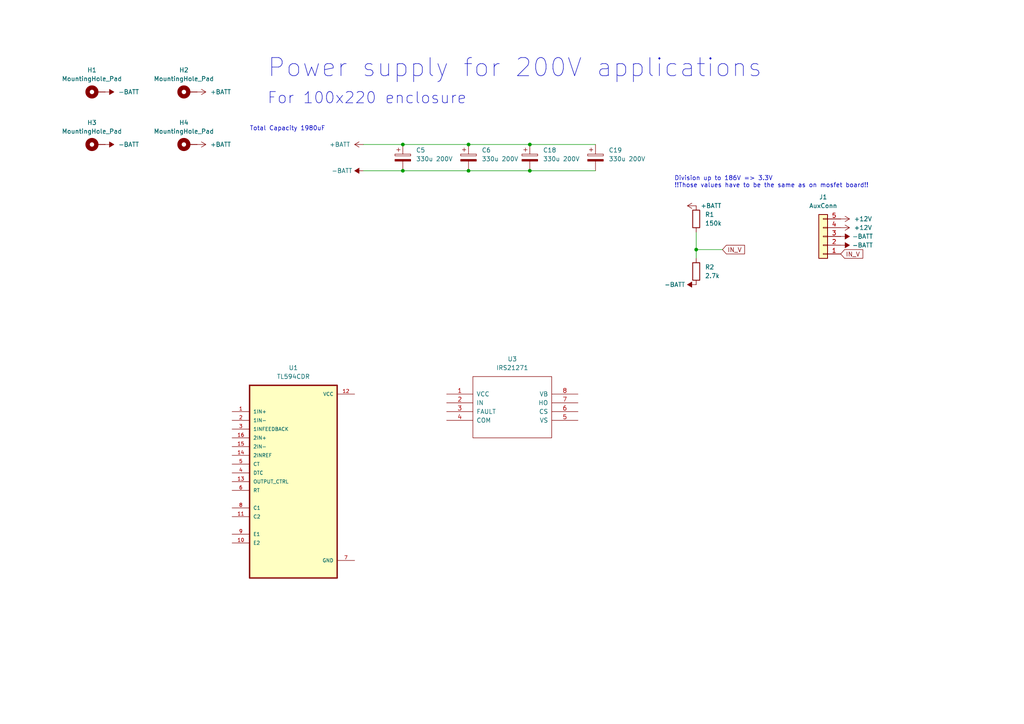
<source format=kicad_sch>
(kicad_sch (version 20230121) (generator eeschema)
  (paper "A4")
  (lib_symbols
    (symbol "Connector_Generic:Conn_01x04" (pin_names (offset 1.016) hide)
      (property "Reference" "J" (at 0 5.08 0))
      (property "Value" "Conn_01x04" (at 0 -7.62 0))
      (symbol "Conn_01x04_1_1"
        (rectangle (start -1.27 -4.953) (end 0 -5.207) (stroke (width 0.1524)))
        (rectangle (start -1.27 -2.413) (end 0 -2.667) (stroke (width 0.1524)))
        (rectangle (start -1.27 0.127) (end 0 -0.127) (stroke (width 0.1524)))
        (rectangle (start -1.27 2.667) (end 0 2.413) (stroke (width 0.1524)))
        (rectangle (start -1.27 3.81) (end 1.27 -6.35) (stroke (width 0.254)) (fill (type background)))
        (pin passive line (at -5.08 2.54 0) (length 3.81) (name "Pin_1") (number "1"))
        (pin passive line (at -5.08 0 0) (length 3.81) (name "Pin_2") (number "2"))
        (pin passive line (at -5.08 -2.54 0) (length 3.81) (name "Pin_3") (number "3"))
        (pin passive line (at -5.08 -5.08 0) (length 3.81) (name "Pin_4") (number "4"))
      )
    )
    (symbol "Connector_Generic:Conn_01x05" (pin_names (offset 1.016) hide)
      (property "Reference" "J" (at 0 7.62 0))
      (property "Value" "Conn_01x05" (at 0 -7.62 0))
      (symbol "Conn_01x05_1_1"
        (rectangle (start -1.27 -4.953) (end 0 -5.207) (stroke (width 0.1524)))
        (rectangle (start -1.27 -2.413) (end 0 -2.667) (stroke (width 0.1524)))
        (rectangle (start -1.27 0.127) (end 0 -0.127) (stroke (width 0.1524)))
        (rectangle (start -1.27 2.667) (end 0 2.413) (stroke (width 0.1524)))
        (rectangle (start -1.27 5.207) (end 0 4.953) (stroke (width 0.1524)))
        (rectangle (start -1.27 6.35) (end 1.27 -6.35) (stroke (width 0.254)) (fill (type background)))
        (pin passive line (at -5.08 5.08 0) (length 3.81) (name "Pin_1") (number "1"))
        (pin passive line (at -5.08 2.54 0) (length 3.81) (name "Pin_2") (number "2"))
        (pin passive line (at -5.08 0 0) (length 3.81) (name "Pin_3") (number "3"))
        (pin passive line (at -5.08 -2.54 0) (length 3.81) (name "Pin_4") (number "4"))
        (pin passive line (at -5.08 -5.08 0) (length 3.81) (name "Pin_5") (number "5"))
      )
    )
    (symbol "Device:C" (pin_numbers hide) (pin_names (offset 0.254))
      (property "Reference" "C" (at 0.635 2.54 0))
      (property "Value" "C" (at 0.635 -2.54 0))
      (symbol "C_0_1"
        (polyline (pts (xy -2.032 -0.762) (xy 2.032 -0.762)) (stroke (width 0.508)))
        (polyline (pts (xy -2.032 0.762) (xy 2.032 0.762)) (stroke (width 0.508)))
      )
      (symbol "C_1_1"
        (pin passive line (at 0 3.81 270) (length 2.794) (name "~") (number "1"))
        (pin passive line (at 0 -3.81 90) (length 2.794) (name "~") (number "2"))
      )
    )
    (symbol "Device:C_Polarized" (pin_numbers hide) (pin_names (offset 0.254))
      (property "Reference" "C" (at 0.635 2.54 0))
      (property "Value" "C_Polarized" (at 0.635 -2.54 0))
      (symbol "C_Polarized_0_1"
        (rectangle (start -2.286 0.508) (end 2.286 1.016))
        (polyline (pts (xy -1.778 2.286) (xy -0.762 2.286)))
        (polyline (pts (xy -1.27 2.794) (xy -1.27 1.778)))
        (rectangle (start 2.286 -0.508) (end -2.286 -1.016) (fill (type outline)))
      )
      (symbol "C_Polarized_1_1"
        (pin passive line (at 0 3.81 270) (length 2.794) (name "~") (number "1"))
        (pin passive line (at 0 -3.81 90) (length 2.794) (name "~") (number "2"))
      )
    )
    (symbol "Device:D_Schottky" (pin_numbers hide) (pin_names (offset 1.016) hide)
      (property "Reference" "D" (at 0 2.54 0))
      (property "Value" "D_Schottky" (at 0 -2.54 0))
      (symbol "D_Schottky_0_1"
        (polyline (pts (xy 1.27 0) (xy -1.27 0)))
        (polyline (pts (xy 1.27 1.27) (xy 1.27 -1.27) (xy -1.27 0) (xy 1.27 1.27)) (stroke (width 0.254)))
        (polyline (pts (xy -1.905 0.635) (xy -1.905 1.27) (xy -1.27 1.27) (xy -1.27 -1.27) (xy -0.635 -1.27) (xy -0.635 -0.635)) (stroke (width 0.254)))
      )
      (symbol "D_Schottky_1_1"
        (pin passive line (at -3.81 0 0) (length 2.54) (name "K") (number "1"))
        (pin passive line (at 3.81 0 180) (length 2.54) (name "A") (number "2"))
      )
    )
    (symbol "Device:D_Zener" (pin_numbers hide) (pin_names (offset 1.016) hide)
      (property "Reference" "D" (at 0 2.54 0))
      (property "Value" "D_Zener" (at 0 -2.54 0))
      (symbol "D_Zener_0_1"
        (polyline (pts (xy 1.27 0) (xy -1.27 0)))
        (polyline (pts (xy -1.27 -1.27) (xy -1.27 1.27) (xy -0.762 1.27)) (stroke (width 0.254)))
        (polyline (pts (xy 1.27 -1.27) (xy 1.27 1.27) (xy -1.27 0) (xy 1.27 -1.27)) (stroke (width 0.254)))
      )
      (symbol "D_Zener_1_1"
        (pin passive line (at -3.81 0 0) (length 2.54) (name "K") (number "1"))
        (pin passive line (at 3.81 0 180) (length 2.54) (name "A") (number "2"))
      )
    )
    (symbol "Device:LED" (pin_numbers hide) (pin_names (offset 1.016) hide)
      (property "Reference" "D" (at 0 2.54 0))
      (property "Value" "LED" (at 0 -2.54 0))
      (symbol "LED_0_1"
        (polyline (pts (xy -1.27 -1.27) (xy -1.27 1.27)) (stroke (width 0.254)))
        (polyline (pts (xy -1.27 0) (xy 1.27 0)))
        (polyline (pts (xy 1.27 -1.27) (xy 1.27 1.27) (xy -1.27 0) (xy 1.27 -1.27)) (stroke (width 0.254)))
        (polyline (pts (xy -3.048 -0.762) (xy -4.572 -2.286) (xy -3.81 -2.286) (xy -4.572 -2.286) (xy -4.572 -1.524)))
        (polyline (pts (xy -1.778 -0.762) (xy -3.302 -2.286) (xy -2.54 -2.286) (xy -3.302 -2.286) (xy -3.302 -1.524)))
      )
      (symbol "LED_1_1"
        (pin passive line (at -3.81 0 0) (length 2.54) (name "K") (number "1"))
        (pin passive line (at 3.81 0 180) (length 2.54) (name "A") (number "2"))
      )
    )
    (symbol "Device:L_Ferrite" (pin_numbers hide) (pin_names (offset 1.016) hide)
      (property "Reference" "L" (at -1.27 0 90))
      (property "Value" "L_Ferrite" (at 2.794 0 90))
      (symbol "L_Ferrite_0_1"
        (arc (start 0 -2.54) (mid 0.6323 -1.905) (end 0 -1.27))
        (arc (start 0 -1.27) (mid 0.6323 -0.635) (end 0 0))
        (polyline (pts (xy 1.016 -2.794) (xy 1.016 -2.286)))
        (polyline (pts (xy 1.016 -1.778) (xy 1.016 -1.27)))
        (polyline (pts (xy 1.016 -0.762) (xy 1.016 -0.254)))
        (polyline (pts (xy 1.016 0.254) (xy 1.016 0.762)))
        (polyline (pts (xy 1.016 1.27) (xy 1.016 1.778)))
        (polyline (pts (xy 1.016 2.286) (xy 1.016 2.794)))
        (polyline (pts (xy 1.524 -2.286) (xy 1.524 -2.794)))
        (polyline (pts (xy 1.524 -1.27) (xy 1.524 -1.778)))
        (polyline (pts (xy 1.524 -0.254) (xy 1.524 -0.762)))
        (polyline (pts (xy 1.524 0.762) (xy 1.524 0.254)))
        (polyline (pts (xy 1.524 1.778) (xy 1.524 1.27)))
        (polyline (pts (xy 1.524 2.794) (xy 1.524 2.286)))
        (arc (start 0 0) (mid 0.6323 0.635) (end 0 1.27))
        (arc (start 0 1.27) (mid 0.6323 1.905) (end 0 2.54))
      )
      (symbol "L_Ferrite_1_1"
        (pin passive line (at 0 3.81 270) (length 1.27) (name "1") (number "1"))
        (pin passive line (at 0 -3.81 90) (length 1.27) (name "2") (number "2"))
      )
    )
    (symbol "Device:R" (pin_numbers hide) (pin_names (offset 0))
      (property "Reference" "R" (at 2.032 0 90))
      (property "Value" "R" (at 0 0 90))
      (symbol "R_0_1"
        (rectangle (start -1.016 -2.54) (end 1.016 2.54) (stroke (width 0.254)))
      )
      (symbol "R_1_1"
        (pin passive line (at 0 3.81 270) (length 1.27) (name "~") (number "1"))
        (pin passive line (at 0 -3.81 90) (length 1.27) (name "~") (number "2"))
      )
    )
    (symbol "GigaESCSymbols:IRS21271" (pin_names (offset 1.016))
      (property "Reference" "U" (at 0 -2.54 0))
      (property "Value" "IRS21271" (at 0 2.54 0))
      (symbol "IRS21271_1_0"
        (rectangle (start -11.43 -8.89) (end 11.43 8.89))
      )
      (symbol "IRS21271_1_1"
        (pin input line (at -19.05 3.81 0) (length 7.62) (name "VCC") (number "1"))
        (pin input line (at -19.05 1.27 0) (length 7.62) (name "IN") (number "2"))
        (pin input line (at -19.05 -1.27 0) (length 7.62) (name "FAULT") (number "3"))
        (pin input line (at -19.05 -3.81 0) (length 7.62) (name "COM") (number "4"))
        (pin input line (at 19.05 -3.81 180) (length 7.62) (name "VS") (number "5"))
        (pin input line (at 19.05 -1.27 180) (length 7.62) (name "CS") (number "6"))
        (pin input line (at 19.05 1.27 180) (length 7.62) (name "HO") (number "7"))
        (pin input line (at 19.05 3.81 180) (length 7.62) (name "VB") (number "8"))
      )
    )
    (symbol "GigaESCSymbols:LT8316EFE#PBF" (pin_names (offset 1.016))
      (property "Reference" "U" (at -15.24 16.002 0))
      (property "Value" "LT8316EFE#PBF" (at 8.89 -19.05 0))
      (symbol "LT8316EFE#PBF_0_0"
        (rectangle (start -15.24 -15.24) (end 15.24 15.24) (stroke (width 0.254)) (fill (type background)))
        (pin input line (at -11.43 20.32 270) (length 5.08) (name "VIN") (number "1"))
        (pin input line (at 10.16 20.32 270) (length 5.08) (name "DCM") (number "10"))
        (pin passive line (at 20.32 2.54 180) (length 5.08) (name "TC") (number "11"))
        (pin input line (at 20.32 8.89 180) (length 5.08) (name "FB") (number "12"))
        (pin passive line (at -20.32 3.81 0) (length 5.08) (name "VC") (number "13"))
        (pin bidirectional line (at -20.32 -2.54 0) (length 5.08) (name "IREG/SS") (number "14"))
        (pin power_in line (at -2.54 -20.32 90) (length 5.08) (name "GND") (number "15"))
        (pin input line (at -20.32 -12.7 0) (length 5.08) (name "SMODE") (number "16"))
        (pin input line (at -20.32 10.16 0) (length 5.08) (name "EN/UVLO") (number "17"))
        (pin input line (at 20.32 -7.62 180) (length 5.08) (name "SENSE") (number "18"))
        (pin output line (at 20.32 -3.81 180) (length 5.08) (name "GATE") (number "19"))
        (pin input line (at -8.89 20.32 270) (length 5.08) (name "VIN") (number "2"))
        (pin power_in line (at 20.32 -11.43 180) (length 5.08) (name "GND") (number "20"))
        (pin power_in line (at 2.54 -20.32 90) (length 5.08) (name "GND") (number "21"))
        (pin input line (at -6.35 20.32 270) (length 5.08) (name "VIN") (number "3"))
        (pin output line (at -20.32 -7.62 0) (length 5.08) (name "INTVCC") (number "8"))
        (pin input line (at 5.08 20.32 270) (length 5.08) (name "BIAS") (number "9"))
      )
    )
    (symbol "GigaESCSymbols:TL594CDR" (pin_names (offset 1.016))
      (property "Reference" "U" (at -12.7 28.94 0))
      (property "Value" "TL594CDR" (at -12.7 -31.94 0))
      (symbol "TL594CDR_0_0"
        (rectangle (start -12.7 -27.94) (end 12.7 27.94) (stroke (width 0.41)) (fill (type background)))
        (pin input line (at -17.78 20.32 0) (length 5.08) (name "1IN+") (number "1"))
        (pin bidirectional line (at -17.78 -17.78 0) (length 5.08) (name "E2") (number "10"))
        (pin bidirectional line (at -17.78 -10.16 0) (length 5.08) (name "C2") (number "11"))
        (pin power_in line (at 17.78 25.4 180) (length 5.08) (name "VCC") (number "12"))
        (pin input line (at -17.78 0 0) (length 5.08) (name "OUTPUT_CTRL") (number "13"))
        (pin input line (at -17.78 7.62 0) (length 5.08) (name "2INREF") (number "14"))
        (pin input line (at -17.78 10.16 0) (length 5.08) (name "2IN-") (number "15"))
        (pin input line (at -17.78 12.7 0) (length 5.08) (name "2IN+") (number "16"))
        (pin input line (at -17.78 17.78 0) (length 5.08) (name "1IN-") (number "2"))
        (pin input line (at -17.78 15.24 0) (length 5.08) (name "1INFEEDBACK") (number "3"))
        (pin input line (at -17.78 2.54 0) (length 5.08) (name "DTC") (number "4"))
        (pin input line (at -17.78 5.08 0) (length 5.08) (name "CT") (number "5"))
        (pin input line (at -17.78 -2.54 0) (length 5.08) (name "RT") (number "6"))
        (pin power_in line (at 17.78 -22.86 180) (length 5.08) (name "GND") (number "7"))
        (pin bidirectional line (at -17.78 -7.62 0) (length 5.08) (name "C1") (number "8"))
        (pin bidirectional line (at -17.78 -15.24 0) (length 5.08) (name "E1") (number "9"))
      )
    )
    (symbol "Mechanical:MountingHole_Pad" (pin_numbers hide) (pin_names (offset 1.016) hide)
      (property "Reference" "H" (at 0 6.35 0))
      (property "Value" "MountingHole_Pad" (at 0 4.445 0))
      (symbol "MountingHole_Pad_0_1"
        (circle (center 0 1.27) (radius 1.27) (stroke (width 1.27)))
      )
      (symbol "MountingHole_Pad_1_1"
        (pin input line (at 0 -2.54 90) (length 2.54) (name "1") (number "1"))
      )
    )
    (symbol "Transistor_FET:STD7NK40Z" (pin_names hide)
      (property "Reference" "Q" (at 5.08 1.905 0))
      (property "Value" "STD7NK40Z" (at 5.08 0 0))
      (symbol "STD7NK40Z_0_1"
        (polyline (pts (xy 0.254 0) (xy -2.54 0)))
        (polyline (pts (xy 0.254 1.905) (xy 0.254 -1.905)) (stroke (width 0.254)))
        (polyline (pts (xy 0.762 -1.27) (xy 0.762 -2.286)) (stroke (width 0.254)))
        (polyline (pts (xy 0.762 0.508) (xy 0.762 -0.508)) (stroke (width 0.254)))
        (polyline (pts (xy 0.762 2.286) (xy 0.762 1.27)) (stroke (width 0.254)))
        (polyline (pts (xy 2.54 2.54) (xy 2.54 1.778)))
        (polyline (pts (xy 2.54 -2.54) (xy 2.54 0) (xy 0.762 0)))
        (polyline (pts (xy 0.762 -1.778) (xy 3.302 -1.778) (xy 3.302 1.778) (xy 0.762 1.778)))
        (polyline (pts (xy 1.016 0) (xy 2.032 0.381) (xy 2.032 -0.381) (xy 1.016 0)) (fill (type outline)))
        (polyline (pts (xy 2.794 0.508) (xy 2.921 0.381) (xy 3.683 0.381) (xy 3.81 0.254)))
        (polyline (pts (xy 3.302 0.381) (xy 2.921 -0.254) (xy 3.683 -0.254) (xy 3.302 0.381)))
        (circle (center 1.651 0) (radius 2.794) (stroke (width 0.254)))
        (circle (center 2.54 -1.778) (radius 0.254) (fill (type outline)))
        (circle (center 2.54 1.778) (radius 0.254) (fill (type outline)))
      )
      (symbol "STD7NK40Z_1_1"
        (pin passive line (at -5.08 0 0) (length 2.54) (name "G") (number "1"))
        (pin passive line (at 2.54 5.08 270) (length 2.54) (name "D") (number "2"))
        (pin passive line (at 2.54 -5.08 90) (length 2.54) (name "S") (number "3"))
      )
    )
    (symbol "power:+12V" (power) (pin_names (offset 0))
      (property "Value" "+12V" (at 0 3.556 0))
      (symbol "+12V_0_1"
        (polyline (pts (xy -0.762 1.27) (xy 0 2.54)))
        (polyline (pts (xy 0 0) (xy 0 2.54)))
        (polyline (pts (xy 0 2.54) (xy 0.762 1.27)))
      )
      (symbol "+12V_1_1"
        (pin power_in line (at 0 0 90) (length 0) hide (name "+12V") (number "1"))
      )
    )
    (symbol "power:+BATT" (power) (pin_names (offset 0))
      (property "Value" "+BATT" (at 0 3.556 0))
      (symbol "+BATT_0_1"
        (polyline (pts (xy -0.762 1.27) (xy 0 2.54)))
        (polyline (pts (xy 0 0) (xy 0 2.54)))
        (polyline (pts (xy 0 2.54) (xy 0.762 1.27)))
      )
      (symbol "+BATT_1_1"
        (pin power_in line (at 0 0 90) (length 0) hide (name "+BATT") (number "1"))
      )
    )
    (symbol "power:-BATT" (power) (pin_names (offset 0))
      (property "Value" "-BATT" (at 0 3.556 0))
      (symbol "-BATT_0_1"
        (polyline (pts (xy 0 0) (xy 0 2.54)))
        (polyline (pts (xy 0.762 1.27) (xy -0.762 1.27) (xy 0 2.54) (xy 0.762 1.27)) (fill (type outline)))
      )
      (symbol "-BATT_1_1"
        (pin power_in line (at 0 0 90) (length 0) hide (name "-BATT") (number "1"))
      )
    )
    (symbol "power:GNDD" (power) (pin_names (offset 0))
      (property "Value" "GNDD" (at 0 -3.175 0))
      (symbol "GNDD_0_1"
        (rectangle (start -1.27 -1.524) (end 1.27 -2.032) (stroke (width 0.254)) (fill (type outline)))
        (polyline (pts (xy 0 0) (xy 0 -1.524)))
      )
      (symbol "GNDD_1_1"
        (pin power_in line (at 0 0 270) (length 0) hide (name "GNDD") (number "1"))
      )
    )
  )
  (junction (at 227.33 289.56))
  (junction (at 154.94 289.56))
  (junction (at 124.46 260.35))
  (junction (at 77.47 248.92))
  (junction (at 55.88 228.6))
  (junction (at 201.93 72.39))
  (junction (at 46.99 289.56))
  (junction (at 22.86 218.44))
  (junction (at 114.3 260.35))
  (junction (at 106.68 289.56))
  (junction (at 116.84 49.53))
  (junction (at 77.47 218.44))
  (junction (at 45.72 259.08))
  (junction (at 195.58 289.56))
  (junction (at 63.5 281.94))
  (junction (at 35.56 289.56))
  (junction (at 22.86 228.6))
  (junction (at 116.84 41.91))
  (junction (at 119.38 276.86))
  (junction (at 55.88 240.03))
  (junction (at 154.94 276.86))
  (junction (at 135.89 49.53))
  (junction (at 29.21 289.56))
  (junction (at 35.56 265.43))
  (junction (at 35.56 218.44))
  (junction (at 210.82 289.56))
  (junction (at 55.88 256.54))
  (junction (at 83.82 289.56))
  (junction (at 135.89 41.91))
  (junction (at 55.88 276.86))
  (junction (at 119.38 289.56))
  (junction (at 88.9 289.56))
  (junction (at 180.34 289.56))
  (junction (at 153.67 41.91))
  (junction (at 153.67 49.53))
  (junction (at 63.5 289.56))
  (junction (at 96.52 218.44))
  (wire (pts (xy 119.38 289.56) (xy 154.94 289.56)))
  (wire (pts (xy 153.67 49.53) (xy 172.72 49.53)))
  (wire (pts (xy 22.86 228.6) (xy 35.56 228.6)))
  (wire (pts (xy 154.94 289.56) (xy 154.94 284.48)))
  (wire (pts (xy 106.68 260.35) (xy 114.3 260.35)))
  (wire (pts (xy 46.99 287.02) (xy 46.99 289.56)))
  (wire (pts (xy 35.56 265.43) (xy 66.04 265.43)))
  (wire (pts (xy 140.97 276.86) (xy 154.94 276.86)))
  (wire (pts (xy 45.72 262.89) (xy 45.72 259.08)))
  (wire (pts (xy 29.21 289.56) (xy 35.56 289.56)))
  (wire (pts (xy 88.9 289.56) (xy 106.68 289.56)))
  (wire (pts (xy 55.88 240.03) (xy 91.44 240.03)))
  (wire (pts (xy 106.68 276.86) (xy 119.38 276.86)))
  (wire (pts (xy 153.67 41.91) (xy 172.72 41.91)))
  (wire (pts (xy 106.68 273.05) (xy 133.35 273.05)))
  (wire (pts (xy 116.84 41.91) (xy 135.89 41.91)))
  (wire (pts (xy 173.99 289.56) (xy 180.34 289.56)))
  (wire (pts (xy 124.46 252.73) (xy 124.46 228.6)))
  (wire (pts (xy 46.99 289.56) (xy 63.5 289.56)))
  (wire (pts (xy 63.5 281.94) (xy 66.04 281.94)))
  (wire (pts (xy 22.86 226.06) (xy 22.86 228.6)))
  (wire (pts (xy 154.94 271.78) (xy 154.94 276.86)))
  (wire (pts (xy 74.93 248.92) (xy 77.47 248.92)))
  (wire (pts (xy 17.78 228.6) (xy 22.86 228.6)))
  (wire (pts (xy 124.46 228.6) (xy 55.88 228.6)))
  (wire (pts (xy 227.33 289.56) (xy 229.87 289.56)))
  (wire (pts (xy 91.44 248.92) (xy 91.44 240.03)))
  (wire (pts (xy 140.97 266.7) (xy 147.32 266.7)))
  (wire (pts (xy 77.47 218.44) (xy 77.47 248.92)))
  (wire (pts (xy 83.82 289.56) (xy 88.9 289.56)))
  (wire (pts (xy 63.5 281.94) (xy 63.5 289.56)))
  (wire (pts (xy 201.93 67.31) (xy 201.93 72.39)))
  (wire (pts (xy 180.34 295.91) (xy 180.34 289.56)))
  (wire (pts (xy 45.72 259.08) (xy 66.04 259.08)))
  (wire (pts (xy 201.93 72.39) (xy 209.55 72.39)))
  (wire (pts (xy 96.52 218.44) (xy 154.94 218.44)))
  (wire (pts (xy 29.21 265.43) (xy 35.56 265.43)))
  (wire (pts (xy 105.41 49.53) (xy 116.84 49.53)))
  (wire (pts (xy 154.94 289.56) (xy 166.37 289.56)))
  (wire (pts (xy 210.82 289.56) (xy 195.58 289.56)))
  (wire (pts (xy 17.78 218.44) (xy 22.86 218.44)))
  (wire (pts (xy 210.82 295.91) (xy 210.82 289.56)))
  (wire (pts (xy 106.68 280.67) (xy 106.68 289.56)))
  (wire (pts (xy 77.47 218.44) (xy 96.52 218.44)))
  (wire (pts (xy 40.64 256.54) (xy 55.88 256.54)))
  (wire (pts (xy 77.47 248.92) (xy 80.01 248.92)))
  (wire (pts (xy 55.88 240.03) (xy 55.88 256.54)))
  (wire (pts (xy 63.5 289.56) (xy 83.82 289.56)))
  (wire (pts (xy 119.38 276.86) (xy 133.35 276.86)))
  (wire (pts (xy 114.3 260.35) (xy 124.46 260.35)))
  (wire (pts (xy 17.78 265.43) (xy 17.78 262.89)))
  (wire (pts (xy 29.21 265.43) (xy 29.21 281.94)))
  (wire (pts (xy 140.97 273.05) (xy 140.97 266.7)))
  (wire (pts (xy 154.94 218.44) (xy 154.94 261.62)))
  (wire (pts (xy 55.88 228.6) (xy 55.88 232.41)))
  (wire (pts (xy 17.78 262.89) (xy 45.72 262.89)))
  (wire (pts (xy 35.56 218.44) (xy 77.47 218.44)))
  (wire (pts (xy 116.84 49.53) (xy 135.89 49.53)))
  (wire (pts (xy 195.58 289.56) (xy 180.34 289.56)))
  (wire (pts (xy 105.41 41.91) (xy 116.84 41.91)))
  (wire (pts (xy 17.78 289.56) (xy 29.21 289.56)))
  (wire (pts (xy 201.93 72.39) (xy 201.93 74.93)))
  (wire (pts (xy 22.86 218.44) (xy 35.56 218.44)))
  (wire (pts (xy 195.58 295.91) (xy 195.58 289.56)))
  (wire (pts (xy 210.82 289.56) (xy 227.33 289.56)))
  (wire (pts (xy 46.99 271.78) (xy 66.04 271.78)))
  (wire (pts (xy 135.89 49.53) (xy 153.67 49.53)))
  (wire (pts (xy 96.52 218.44) (xy 96.52 232.41)))
  (wire (pts (xy 40.64 259.08) (xy 45.72 259.08)))
  (wire (pts (xy 55.88 276.86) (xy 55.88 281.94)))
  (wire (pts (xy 106.68 266.7) (xy 106.68 267.97)))
  (wire (pts (xy 35.56 289.56) (xy 46.99 289.56)))
  (wire (pts (xy 135.89 41.91) (xy 153.67 41.91)))
  (wire (pts (xy 17.78 273.05) (xy 17.78 289.56)))
  (wire (pts (xy 55.88 276.86) (xy 55.88 256.54)))
  (wire (pts (xy 106.68 289.56) (xy 119.38 289.56)))
  (wire (pts (xy 106.68 267.97) (xy 114.3 267.97)))
  (wire (pts (xy 35.56 228.6) (xy 35.56 226.06)))
  (wire (pts (xy 119.38 289.56) (xy 119.38 284.48)))
  (wire (pts (xy 66.04 276.86) (xy 55.88 276.86)))
  (wire (pts (xy 96.52 247.65) (xy 96.52 248.92)))
  (wire (pts (xy 46.99 279.4) (xy 46.99 271.78)))
  (wire (pts (xy 35.56 265.43) (xy 35.56 274.32)))
  (rectangle (start 29.21 255.27) (end 53.34 247.65))
  (text "Power supply for 200V applications" (at 77.47 22.86 0) (effects (font (size 5.27 5.27)) (justify left bottom)))
  (text "Total Capacity 1980uF" (at 72.39 38.1 0) (effects (font (size 1.27 1.27)) (justify left bottom)))
  (text "LED" (at 33.02 250.19 0) (effects (font (size 1.27 1.27)) (justify right bottom)))
  (text "Division up to 186V => 3.3V\n!!Those values have to be the same as on mosfet board!!" (at 195.58 54.61 0) (effects (font (size 1.27 1.27)) (justify left bottom)))
  (text "For 100x220 enclosure" (at 77.47 30.48 0) (effects (font (size 3.27 3.27)) (justify left bottom)))
  (global_label "IN_V" (shape input) (at 209.55 72.39 0) (property "Intersheetrefs" "${INTERSHEET_REFS}" (effects hide)))
  (global_label "IN_V" (shape input) (at 243.84 73.66 0) (property "Intersheetrefs" "${INTERSHEET_REFS}" (effects hide)))
  (symbol (lib_id "power:+12V") (at 48.26 254 270) (mirror x) (unit 1)
    (property "Reference" "#PWR02" (effects hide))
    (property "Value" "+12V" (at 52.07 254 0) (effects (justify left)))
  )
  (symbol (lib_id "power:GNDD") (at 29.21 289.56 0) (unit 1)
    (property "Reference" "#PWR018" (effects hide))
    (property "Value" "GNDD" (at 29.21 293.37 0))
  )
  (symbol (lib_id "power:-BATT") (at 30.48 26.67 270) (unit 1)
    (property "Reference" "#PWR06" (effects hide))
    (property "Value" "-BATT" (at 34.29 26.67 90) (effects (justify left)))
  )
  (symbol (lib_id "power:+12V") (at 243.84 63.5 270) (unit 1)
    (property "Reference" "#PWR024" (effects hide))
    (property "Value" "+12V" (at 247.65 63.5 90) (effects (justify left)))
  )
  (symbol (lib_id "Device:D_Schottky") (at 55.88 236.22 90) (unit 1)
    (property "Reference" "D6" (at 58.42 235.2675 90) (effects (justify right)))
    (property "Value" "SS520BF" (at 58.42 237.8075 90) (effects (justify right)))
    (property "Footprint" "Diode_SMD:D_SMB" (effects hide))
    (property "MPN" "C123955" (effects hide))
  )
  (symbol (lib_id "power:+BATT") (at 201.93 59.69 90) (unit 1)
    (property "Reference" "#PWR04" (effects hide))
    (property "Value" "+BATT" (at 203.2 59.69 90) (effects (justify right)))
  )
  (symbol (lib_id "power:-BATT") (at 40.64 251.46 270) (mirror x) (unit 1)
    (property "Reference" "#PWR01" (effects hide))
    (property "Value" "-BATT" (at 43.18 248.92 90))
  )
  (symbol (lib_id "power:+BATT") (at 57.15 26.67 270) (unit 1)
    (property "Reference" "#PWR013" (effects hide))
    (property "Value" "+BATT" (at 60.96 26.67 90) (effects (justify left)))
  )
  (symbol (lib_id "Device:D_Schottky") (at 154.94 293.37 270) (unit 1)
    (property "Reference" "D2" (at 157.48 291.7825 90) (effects (justify left)))
    (property "Value" "SS520BF" (at 157.48 294.3225 90) (effects (justify left)))
    (property "Footprint" "Diode_SMD:D_SMB" (effects hide))
    (property "MPN" "C123955" (effects hide))
  )
  (symbol (lib_id "power:+12V") (at 243.84 66.04 270) (unit 1)
    (property "Reference" "#PWR08" (effects hide))
    (property "Value" "+12V" (at 247.65 66.04 90) (effects (justify left)))
  )
  (symbol (lib_id "power:-BATT") (at 180.34 303.53 180) (unit 1)
    (property "Reference" "#PWR017" (effects hide))
    (property "Value" "-BATT" (at 179.07 308.61 0))
  )
  (symbol (lib_id "power:-BATT") (at 105.41 49.53 90) (unit 1)
    (property "Reference" "#PWR012" (effects hide))
    (property "Value" "-BATT" (at 102.235 49.53 90) (effects (justify left)))
  )
  (symbol (lib_id "Device:R") (at 137.16 273.05 90) (unit 1)
    (property "Reference" "R13" (at 137.16 266.7 90))
    (property "Value" "22" (at 137.16 269.24 90))
    (property "Footprint" "Resistor_SMD:R_0603_1608Metric" (effects hide))
    (property "MPN" "C23345" (effects hide))
    (property "Mouser" "71-CRCW080520R0FKEAC" (effects hide))
  )
  (symbol (lib_id "Device:R") (at 154.94 280.67 180) (unit 1)
    (property "Reference" "R15" (at 152.4 280.67 90))
    (property "Value" "0.05" (at 157.48 280.67 90))
    (property "Footprint" "Resistor_SMD:R_2512_6332Metric" (effects hide))
    (property "MPN" "C2874774" (effects hide))
    (property "Mouser" "708-CSM2512FT50L0" (effects hide))
  )
  (symbol (lib_id "Device:D_Schottky") (at 52.07 228.6 180) (unit 1)
    (property "Reference" "D1" (at 52.3875 222.25 0))
    (property "Value" "SS520BF" (at 52.3875 224.79 0))
    (property "Footprint" "Diode_SMD:D_SMB" (effects hide))
    (property "MPN" "C123955" (effects hide))
  )
  (symbol (lib_id "Device:C") (at 180.34 299.72 0) (unit 1)
    (property "Reference" "C15" (at 184.15 298.45 0) (effects (justify left)))
    (property "Value" "47u 16V" (at 184.15 300.99 0) (effects (justify left)))
    (property "Footprint" "Capacitor_SMD:C_1210_3225Metric" (effects hide))
    (property "MPN" "C2918513" (effects hide))
    (property "Mouser" "81-GRM32EC81C476KE5K" (effects hide))
  )
  (symbol (lib_id "Device:R") (at 17.78 269.24 0) (unit 1)
    (property "Reference" "R3" (at 20.32 267.97 0) (effects (justify left)))
    (property "Value" "10k" (at 20.32 270.51 0) (effects (justify left)))
    (property "Footprint" "Resistor_SMD:R_0603_1608Metric" (effects hide))
    (property "MPN" "C25804" (effects hide))
    (property "Mouser" "756-WCR0603-10KFI" (effects hide))
  )
  (symbol (lib_id "Device:L_Ferrite") (at 170.18 289.56 90) (unit 1)
    (property "Reference" "L1" (at 170.18 290.83 90))
    (property "Value" "47uH" (at 170.18 285.75 90))
    (property "Footprint" "Inductor_SMD:L_Chilisin_BMRG00131360" (effects hide))
    (property "MPN" "C497913" (effects hide))
  )
  (symbol (lib_id "Device:R") (at 44.45 254 90) (mirror x) (unit 1)
    (property "Reference" "R5" (at 45.72 251.46 90) (effects (justify right)))
    (property "Value" "10k" (at 43.18 254 90) (effects (justify right)))
    (property "Footprint" "Resistor_SMD:R_0603_1608Metric" (effects hide))
    (property "MPN" "C25804" (effects hide))
    (property "Mouser" "603-AC0805JR-0710KL" (effects hide))
  )
  (symbol (lib_id "power:+12V") (at 48.26 228.6 90) (unit 1)
    (property "Reference" "#PWR05" (effects hide))
    (property "Value" "+12V" (at 44.45 228.6 0) (effects (justify left)))
  )
  (symbol (lib_id "Device:R") (at 124.46 264.16 0) (unit 1)
    (property "Reference" "R11" (at 127 262.89 0) (effects (justify left)))
    (property "Value" "6.2k" (at 127 265.43 0) (effects (justify left)))
    (property "Footprint" "Resistor_SMD:R_0603_1608Metric" (effects hide))
    (property "MPN" "C4260" (effects hide))
    (property "Mouser" "667-ERJ-6ENF4991V" (effects hide))
  )
  (symbol (lib_id "Device:D_Zener") (at 210.82 299.72 270) (unit 1)
    (property "Reference" "D5" (at 213.36 298.45 90) (effects (justify left)))
    (property "Value" "3SMB5928B" (at 213.36 300.99 90) (effects (justify left)))
    (property "Footprint" "Diode_SMD:D_SMB" (effects hide))
    (property "MPN" "C2983224" (effects hide))
    (property "Mouser" "821-1SMB5928" (effects hide))
  )
  (symbol (lib_id "Device:C") (at 119.38 280.67 0) (unit 1)
    (property "Reference" "C13" (at 123.19 279.4 0) (effects (justify left)))
    (property "Value" "1n" (at 123.19 281.94 0) (effects (justify left)))
    (property "Footprint" "Capacitor_SMD:C_0603_1608Metric" (effects hide))
    (property "MPN" "C1588" (effects hide))
    (property "Mouser" "80-C0603C102K5R7081" (effects hide))
  )
  (symbol (lib_id "Device:C_Polarized") (at 172.72 45.72 0) (unit 1)
    (property "Reference" "C19" (at 176.53 43.561 0) (effects (justify left)))
    (property "Value" "330u 200V" (at 176.53 46.101 0) (effects (justify left)))
    (property "Footprint" "Capacitor_THT:CP_Radial_D18.0mm_P7.50mm" (effects hide))
    (property "Mouser" "661-EKMR201VS222MR50" (effects hide))
    (property "MPN" "C697601" (effects hide))
  )
  (symbol (lib_id "Device:C_Polarized") (at 135.89 45.72 0) (unit 1)
    (property "Reference" "C6" (at 139.7 43.561 0) (effects (justify left)))
    (property "Value" "330u 200V" (at 139.7 46.101 0) (effects (justify left)))
    (property "Footprint" "Capacitor_THT:CP_Radial_D18.0mm_P7.50mm" (effects hide))
    (property "Mouser" "661-EKMR201VS222MR50" (effects hide))
    (property "MPN" "C697601" (effects hide))
  )
  (symbol (lib_id "power:+BATT") (at 17.78 218.44 90) (unit 1)
    (property "Reference" "#PWR014" (effects hide))
    (property "Value" "+BATT" (at 13.97 218.44 90) (effects (justify left)))
  )
  (symbol (lib_id "Device:C") (at 46.99 283.21 0) (unit 1)
    (property "Reference" "C1" (at 50.8 281.94 0) (effects (justify left)))
    (property "Value" "100n" (at 50.8 284.48 0) (effects (justify left)))
    (property "Footprint" "GigaVescLibs:C_0603_1608Metric_L" (effects hide))
    (property "MPN" "C14663" (effects hide))
    (property "Mouser" "581-08055C104KAT4A" (effects hide))
  )
  (symbol (lib_id "Mechanical:MountingHole_Pad") (at 27.94 26.67 90) (unit 1)
    (property "Reference" "H1" (at 26.67 20.32 90))
    (property "Value" "MountingHole_Pad" (at 26.67 22.86 90))
    (property "Footprint" "MountingHole:MountingHole_5.3mm_M5_Pad_Via" (effects hide))
  )
  (symbol (lib_id "Connector_Generic:Conn_01x04") (at 35.56 254 0) (mirror y) (unit 1)
    (property "Reference" "J2" (at 33.02 254 0) (effects (justify left)))
    (property "Value" "POWER_SW" (at 26.67 259.08 90) (effects (justify left)))
    (property "Footprint" "Connector_JST:JST_PH_B4B-PH-K_1x04_P2.00mm_Vertical" (effects hide))
    (property "MPN" "C131334" (effects hide))
  )
  (symbol (lib_id "Device:C") (at 35.56 285.75 0) (unit 1)
    (property "Reference" "C9" (at 39.37 284.48 0) (effects (justify left)))
    (property "Value" "100n" (at 39.37 287.02 0) (effects (justify left)))
    (property "Footprint" "GigaVescLibs:C_0603_1608Metric_L" (effects hide))
    (property "MPN" "C14663" (effects hide))
    (property "Mouser" "581-08055C104KAT4A" (effects hide))
  )
  (symbol (lib_id "Device:R") (at 96.52 243.84 0) (unit 1)
    (property "Reference" "R9" (at 99.06 242.57 0) (effects (justify left)))
    (property "Value" "10k" (at 99.06 245.11 0) (effects (justify left)))
    (property "Footprint" "Resistor_SMD:R_0603_1608Metric" (effects hide))
    (property "MPN" "C25804" (effects hide))
    (property "Mouser" "756-WCR0603-10KFI" (effects hide))
  )
  (symbol (lib_id "power:-BATT") (at 30.48 41.91 270) (unit 1)
    (property "Reference" "#PWR027" (effects hide))
    (property "Value" "-BATT" (at 34.29 41.91 90) (effects (justify left)))
  )
  (symbol (lib_id "Device:R") (at 227.33 300.99 180) (unit 1)
    (property "Reference" "R4" (at 229.87 300.99 0) (effects (justify right)))
    (property "Value" "82k" (at 227.33 302.26 90) (effects (justify right)))
    (property "Footprint" "Resistor_SMD:R_0603_1608Metric" (effects hide))
    (property "MPN" "C23254" (effects hide))
    (property "Mouser" "603-AC0805JR-0710KL" (effects hide))
  )
  (symbol (lib_id "Mechanical:MountingHole_Pad") (at 54.61 41.91 90) (unit 1)
    (property "Reference" "H4" (at 53.34 35.56 90))
    (property "Value" "MountingHole_Pad" (at 53.34 38.1 90))
    (property "Footprint" "MountingHole:MountingHole_5.3mm_M5_Pad_Via" (effects hide))
  )
  (symbol (lib_id "Device:C") (at 59.69 281.94 90) (unit 1)
    (property "Reference" "C2" (at 59.69 278.13 90))
    (property "Value" "10u" (at 59.69 285.75 90))
    (property "Footprint" "Capacitor_SMD:C_0603_1608Metric" (effects hide))
    (property "MPN" "C96446" (effects hide))
  )
  (symbol (lib_id "Device:R") (at 201.93 63.5 0) (unit 1)
    (property "Reference" "R1" (at 204.47 62.23 0) (effects (justify left)))
    (property "Value" "150k" (at 204.47 64.77 0) (effects (justify left)))
    (property "Footprint" "Resistor_SMD:R_0603_1608Metric" (effects hide))
    (property "MPN" "C22807" (effects hide))
    (property "Mouser" "603-RC0805FR-07100KL" (effects hide))
  )
  (symbol (lib_id "Device:R") (at 124.46 256.54 0) (unit 1)
    (property "Reference" "R12" (at 127 255.27 0) (effects (justify left)))
    (property "Value" "56k" (at 127 257.81 0) (effects (justify left)))
    (property "Footprint" "Resistor_SMD:R_0603_1608Metric" (effects hide))
    (property "MPN" "C23206" (effects hide))
    (property "Mouser" "603-RC0805FR-0744K2L" (effects hide))
  )
  (symbol (lib_id "GigaESCSymbols:TL594CDR") (at 85.09 139.7 0) (unit 1)
    (property "Reference" "U1" (at 85.09 106.68 0))
    (property "Value" "TL594CDR" (at 85.09 109.22 0))
    (property "Footprint" "Package_SO:SO-16_5.3x10.2mm_P1.27mm" (effects hide))
    (property "MF" "Texas Instruments" (effects hide))
    (property "Description" "\n40V, 0.2A 300KHz PWM controller with UVLO\n" (effects hide))
    (property "Package" "SOIC-16 Texas Instruments" (effects hide))
    (property "Price" "None" (effects hide))
    (property "SnapEDA_Link" "https://www.snapeda.com/parts/TL594CDR/Texas+Instruments/view-part/?ref=snap" (effects hide))
    (property "MP" "TL594CDR" (effects hide))
    (property "Purchase-URL" "https://www.snapeda.com/api/url_track_click_mouser/?unipart_id=1220167&manufacturer=Texas Instruments&part_name=TL594CDR&search_term=tl594" (effects hide))
    (property "Availability" "In Stock" (effects hide))
    (property "Check_prices" "https://www.snapeda.com/parts/TL594CDR/Texas+Instruments/view-part/?ref=eda" (effects hide))
  )
  (symbol (lib_id "Device:R") (at 201.93 78.74 0) (unit 1)
    (property "Reference" "R2" (at 204.47 77.47 0) (effects (justify left)))
    (property "Value" "2.7k" (at 204.47 80.01 0) (effects (justify left)))
    (property "Footprint" "Resistor_SMD:R_0603_1608Metric" (effects hide))
    (property "MPN" "C13167" (effects hide))
    (property "Mouser" "71-CRCW0805-1.8K-E3" (effects hide))
  )
  (symbol (lib_id "Mechanical:MountingHole_Pad") (at 27.94 41.91 90) (unit 1)
    (property "Reference" "H3" (at 26.67 35.56 90))
    (property "Value" "MountingHole_Pad" (at 26.67 38.1 90))
    (property "Footprint" "MountingHole:MountingHole_5.3mm_M5_Pad_Via" (effects hide))
  )
  (symbol (lib_id "Transistor_FET:STD7NK40Z") (at 152.4 266.7 0) (unit 1)
    (property "Reference" "Q1" (at 158.75 265.43 0) (effects (justify left)))
    (property "Value" "STD11N65M2" (at 158.75 267.97 0) (effects (justify left)))
    (property "Footprint" "Package_TO_SOT_SMD:TO-252-2" (effects hide))
    (property "Datasheet" "https://www.st.com/resource/en/datasheet/std7nk40zt4.pdf" (effects hide))
    (property "MPN" "C500947" (effects hide))
    (property "JLCRotOffset" "0" (effects hide))
    (property "JLCPosOffset" "-1.27,0" (effects hide))
    (property "Mouser" "511-STD11N65M2" (effects hide))
  )
  (symbol (lib_id "Device:C") (at 96.52 236.22 0) (unit 1)
    (property "Reference" "C12" (at 100.33 234.95 0) (effects (justify left)))
    (property "Value" "47p" (at 100.33 237.49 0) (effects (justify left)))
    (property "Footprint" "GigaVescLibs:C_0603_1608Metric_L" (effects hide))
    (property "MPN" "C527044" (effects hide))
    (property "Mouser" "80-C0603C470K1GAUTO" (effects hide))
  )
  (symbol (lib_id "Mechanical:MountingHole_Pad") (at 54.61 26.67 90) (unit 1)
    (property "Reference" "H2" (at 53.34 20.32 90))
    (property "Value" "MountingHole_Pad" (at 53.34 22.86 90))
    (property "Footprint" "MountingHole:MountingHole_5.3mm_M5_Pad_Via" (effects hide))
  )
  (symbol (lib_id "power:-BATT") (at 227.33 304.8 180) (unit 1)
    (property "Reference" "#PWR029" (effects hide))
    (property "Value" "-BATT" (at 226.06 309.88 0))
  )
  (symbol (lib_id "Device:R") (at 35.56 278.13 0) (unit 1)
    (property "Reference" "R6" (at 38.1 276.86 0) (effects (justify left)))
    (property "Value" "10k" (at 38.1 279.4 0) (effects (justify left)))
    (property "Footprint" "Resistor_SMD:R_0603_1608Metric" (effects hide))
    (property "MPN" "C25804" (effects hide))
    (property "Mouser" "603-AC0805JR-0710KL" (effects hide))
  )
  (symbol (lib_id "power:-BATT") (at 201.93 82.55 90) (unit 1)
    (property "Reference" "#PWR07" (effects hide))
    (property "Value" "-BATT" (at 198.755 82.55 90) (effects (justify left)))
  )
  (symbol (lib_id "Device:C_Polarized") (at 116.84 45.72 0) (unit 1)
    (property "Reference" "C5" (at 120.65 43.561 0) (effects (justify left)))
    (property "Value" "330u 200V" (at 120.65 46.101 0) (effects (justify left)))
    (property "Footprint" "Capacitor_THT:CP_Radial_D18.0mm_P7.50mm" (effects hide))
    (property "MPN" "C697601" (effects hide))
    (property "Mouser" "661-EKMR201VS222MR50" (effects hide))
  )
  (symbol (lib_id "power:-BATT") (at 17.78 228.6 90) (unit 1)
    (property "Reference" "#PWR015" (effects hide))
    (property "Value" "-BATT" (at 14.605 228.6 90) (effects (justify left)))
  )
  (symbol (lib_id "Device:R") (at 114.3 264.16 0) (unit 1)
    (property "Reference" "R10" (at 116.84 262.89 0) (effects (justify left)))
    (property "Value" "120k" (at 116.84 265.43 0) (effects (justify left)))
    (property "Footprint" "Resistor_SMD:R_0603_1608Metric" (effects hide))
    (property "MPN" "C25808" (effects hide))
    (property "Mouser" "660-RK73H2ATTD1213F" (effects hide))
  )
  (symbol (lib_id "Connector_Generic:Conn_01x05") (at 238.76 68.58 180) (unit 1)
    (property "Reference" "J1" (at 238.76 57.15 0))
    (property "Value" "AuxConn" (at 238.76 59.69 0))
    (property "Footprint" "Connector_JST:JST_PH_B5B-PH-K_1x05_P2.00mm_Vertical" (effects hide))
    (property "MPN" "C157993" (effects hide))
  )
  (symbol (lib_id "Device:C") (at 29.21 285.75 0) (unit 1)
    (property "Reference" "C10" (at 24.13 283.21 0) (effects (justify left)))
    (property "Value" "47p" (at 29.21 283.21 0) (effects (justify left)))
    (property "Footprint" "GigaVescLibs:C_0603_1608Metric_L" (effects hide))
    (property "MPN" "C527044" (effects hide))
    (property "Mouser" "603-CC805JRNPO9BN470" (effects hide))
  )
  (symbol (lib_id "power:-BATT") (at 195.58 303.53 180) (unit 1)
    (property "Reference" "#PWR016" (effects hide))
    (property "Value" "-BATT" (at 194.31 308.61 0))
  )
  (symbol (lib_id "Device:C_Polarized") (at 195.58 299.72 0) (unit 1)
    (property "Reference" "C16" (at 199.39 297.561 0) (effects (justify left)))
    (property "Value" "470u 25V" (at 199.39 300.101 0) (effects (justify left)))
    (property "Footprint" "Capacitor_SMD:CP_Elec_10x10.5" (effects hide))
    (property "MPN" "C5162351" (effects hide))
    (property "Mouser" "667-EEE-1EA471P" (effects hide))
  )
  (symbol (lib_id "power:+BATT") (at 57.15 41.91 270) (unit 1)
    (property "Reference" "#PWR028" (effects hide))
    (property "Value" "+BATT" (at 60.96 41.91 90) (effects (justify left)))
  )
  (symbol (lib_id "Device:C_Polarized") (at 153.67 45.72 0) (unit 1)
    (property "Reference" "C18" (at 157.48 43.561 0) (effects (justify left)))
    (property "Value" "330u 200V" (at 157.48 46.101 0) (effects (justify left)))
    (property "Footprint" "Capacitor_THT:CP_Radial_D18.0mm_P7.50mm" (effects hide))
    (property "MPN" "C697601" (effects hide))
    (property "Mouser" "661-EKMR201VS222MR50" (effects hide))
  )
  (symbol (lib_id "GigaESCSymbols:LT8316EFE#PBF") (at 86.36 269.24 0) (unit 1)
    (property "Reference" "U2" (at 86.36 251.46 0))
    (property "Value" "LT8316EFE#PBF" (at 97.79 287.02 0))
    (property "Footprint" "GigaVescLibs:IC_LT8316EFE#PBF" (effects hide))
    (property "PARTREV" "A" (effects hide))
    (property "STANDARD" "Manufacturer Recommendations" (effects hide))
    (property "MAXIMUM_PACKAGE_HEIGHT" "1.2 mm" (effects hide))
    (property "MANUFACTURER" "Analog Devices" (effects hide))
    (property "MPN" "C673736" (effects hide))
    (property "Mouser" "584-LT8316EFE#PBF" (effects hide))
  )
  (symbol (lib_id "GigaESCSymbols:IRS21271") (at 148.59 118.11 0) (unit 1)
    (property "Reference" "U3" (at 148.59 104.14 0))
    (property "Value" "IRS21271" (at 148.59 106.68 0))
    (property "Footprint" "Package_SO:SO-8_3.9x4.9mm_P1.27mm" (effects hide))
    (property "Datasheet" "DOCUMENTATION" (effects hide))
  )
  (symbol (lib_id "power:-BATT") (at 243.84 68.58 270) (unit 1)
    (property "Reference" "#PWR011" (effects hide))
    (property "Value" "-BATT" (at 250.19 68.58 90))
  )
  (symbol (lib_id "power:-BATT") (at 154.94 297.18 180) (unit 1)
    (property "Reference" "#PWR022" (effects hide))
    (property "Value" "-BATT" (at 154.94 302.26 0))
  )
  (symbol (lib_id "Device:R") (at 137.16 276.86 90) (unit 1)
    (property "Reference" "R14" (at 134.62 279.4 90))
    (property "Value" "100" (at 140.97 279.4 90))
    (property "Footprint" "Resistor_SMD:R_0603_1608Metric" (effects hide))
    (property "MPN" "C22775" (effects hide))
    (property "Mouser" "791-WR08X1000FTL" (effects hide))
  )
  (symbol (lib_id "Device:C") (at 22.86 222.25 0) (unit 1)
    (property "Reference" "C7" (at 26.67 220.98 0) (effects (justify left)))
    (property "Value" "1u 200V" (at 20.32 224.79 0) (effects (justify left)))
    (property "Footprint" "Capacitor_SMD:C_2220_5650Metric" (effects hide))
    (property "MPN" "C78775" (effects hide))
    (property "Mouser" "81-GRM55DR72D105KW1L" (effects hide))
  )
  (symbol (lib_id "power:+BATT") (at 105.41 41.91 90) (unit 1)
    (property "Reference" "#PWR03" (effects hide))
    (property "Value" "+BATT" (at 101.6 41.91 90) (effects (justify left)))
  )
  (symbol (lib_id "power:+12V") (at 229.87 289.56 270) (unit 1)
    (property "Reference" "#PWR026" (effects hide))
    (property "Value" "+12V" (at 233.68 289.56 90) (effects (justify left)))
  )
  (symbol (lib_id "Device:C") (at 35.56 222.25 0) (unit 1)
    (property "Reference" "C8" (at 39.37 220.98 0) (effects (justify left)))
    (property "Value" "100n 200V" (at 30.48 224.79 0) (effects (justify left)))
    (property "Footprint" "Capacitor_SMD:C_1206_3216Metric" (effects hide))
    (property "MPN" "C784084" (effects hide))
    (property "Mouser" "810-CGJ4J3X7T2D104K" (effects hide))
  )
  (symbol (lib_id "Device:LED") (at 227.33 293.37 90) (unit 1)
    (property "Reference" "D4" (at 231.14 293.37 90) (effects (justify right)))
    (property "Value" "RUN" (at 231.14 295.91 90) (effects (justify right)))
    (property "Footprint" "Diode_SMD:D_0603_1608Metric" (effects hide))
    (property "MPN" "C2290" (effects hide))
  )
  (symbol (lib_id "power:-BATT") (at 210.82 303.53 180) (unit 1)
    (property "Reference" "#PWR09" (effects hide))
    (property "Value" "-BATT" (at 209.55 308.61 0))
  )
  (symbol (lib_id "power:-BATT") (at 243.84 71.12 270) (unit 1)
    (property "Reference" "#PWR010" (effects hide))
    (property "Value" "-BATT" (at 250.19 71.12 90))
  )
  (symbol (lib_id "power:GNDD") (at 124.46 267.97 0) (unit 1)
    (property "Reference" "#PWR019" (effects hide))
    (property "Value" "GNDD" (at 124.46 271.78 0))
  )
)
</source>
